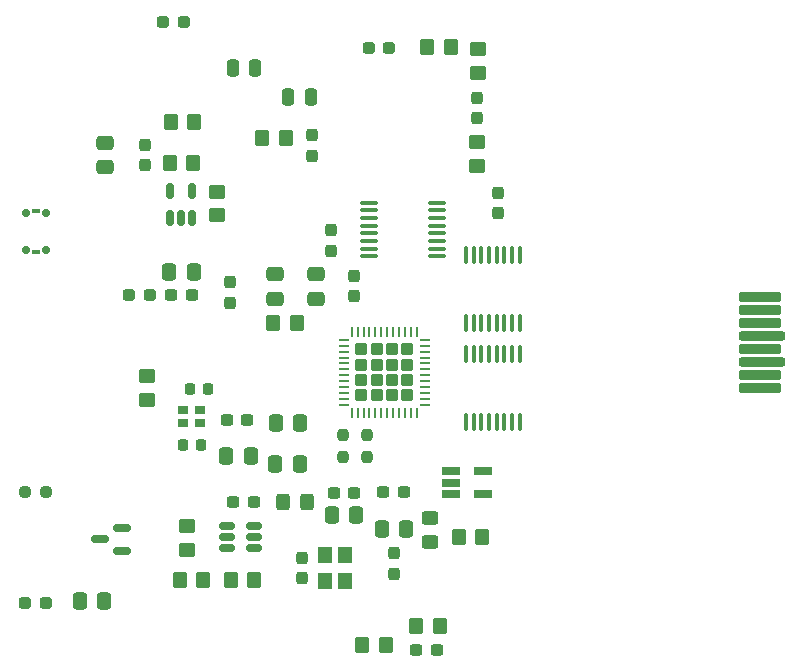
<source format=gbr>
%TF.GenerationSoftware,KiCad,Pcbnew,7.0.5*%
%TF.CreationDate,2023-07-09T17:38:26+09:00*%
%TF.ProjectId,sdcdmuxemmc,73646364-6d75-4786-956d-6d632e6b6963,rev?*%
%TF.SameCoordinates,Original*%
%TF.FileFunction,Paste,Top*%
%TF.FilePolarity,Positive*%
%FSLAX46Y46*%
G04 Gerber Fmt 4.6, Leading zero omitted, Abs format (unit mm)*
G04 Created by KiCad (PCBNEW 7.0.5) date 2023-07-09 17:38:26*
%MOMM*%
%LPD*%
G01*
G04 APERTURE LIST*
G04 Aperture macros list*
%AMRoundRect*
0 Rectangle with rounded corners*
0 $1 Rounding radius*
0 $2 $3 $4 $5 $6 $7 $8 $9 X,Y pos of 4 corners*
0 Add a 4 corners polygon primitive as box body*
4,1,4,$2,$3,$4,$5,$6,$7,$8,$9,$2,$3,0*
0 Add four circle primitives for the rounded corners*
1,1,$1+$1,$2,$3*
1,1,$1+$1,$4,$5*
1,1,$1+$1,$6,$7*
1,1,$1+$1,$8,$9*
0 Add four rect primitives between the rounded corners*
20,1,$1+$1,$2,$3,$4,$5,0*
20,1,$1+$1,$4,$5,$6,$7,0*
20,1,$1+$1,$6,$7,$8,$9,0*
20,1,$1+$1,$8,$9,$2,$3,0*%
G04 Aperture macros list end*
%ADD10RoundRect,0.237500X0.237500X-0.300000X0.237500X0.300000X-0.237500X0.300000X-0.237500X-0.300000X0*%
%ADD11RoundRect,0.250000X-0.350000X-0.450000X0.350000X-0.450000X0.350000X0.450000X-0.350000X0.450000X0*%
%ADD12RoundRect,0.237500X-0.300000X-0.237500X0.300000X-0.237500X0.300000X0.237500X-0.300000X0.237500X0*%
%ADD13RoundRect,0.200000X-1.600000X0.200000X-1.600000X-0.200000X1.600000X-0.200000X1.600000X0.200000X0*%
%ADD14RoundRect,0.200000X-1.750000X0.200000X-1.750000X-0.200000X1.750000X-0.200000X1.750000X0.200000X0*%
%ADD15RoundRect,0.250000X0.350000X0.450000X-0.350000X0.450000X-0.350000X-0.450000X0.350000X-0.450000X0*%
%ADD16RoundRect,0.250000X-0.337500X-0.475000X0.337500X-0.475000X0.337500X0.475000X-0.337500X0.475000X0*%
%ADD17RoundRect,0.250000X0.337500X0.475000X-0.337500X0.475000X-0.337500X-0.475000X0.337500X-0.475000X0*%
%ADD18RoundRect,0.100000X-0.100000X0.637500X-0.100000X-0.637500X0.100000X-0.637500X0.100000X0.637500X0*%
%ADD19RoundRect,0.250000X0.270000X-0.270000X0.270000X0.270000X-0.270000X0.270000X-0.270000X-0.270000X0*%
%ADD20RoundRect,0.062500X0.062500X-0.375000X0.062500X0.375000X-0.062500X0.375000X-0.062500X-0.375000X0*%
%ADD21RoundRect,0.062500X0.375000X-0.062500X0.375000X0.062500X-0.375000X0.062500X-0.375000X-0.062500X0*%
%ADD22R,0.900000X0.800000*%
%ADD23RoundRect,0.150000X-0.512500X-0.150000X0.512500X-0.150000X0.512500X0.150000X-0.512500X0.150000X0*%
%ADD24RoundRect,0.250000X-0.450000X0.350000X-0.450000X-0.350000X0.450000X-0.350000X0.450000X0.350000X0*%
%ADD25RoundRect,0.237500X-0.287500X-0.237500X0.287500X-0.237500X0.287500X0.237500X-0.287500X0.237500X0*%
%ADD26R,1.200000X1.400000*%
%ADD27RoundRect,0.150000X-0.150000X0.175000X-0.150000X-0.175000X0.150000X-0.175000X0.150000X0.175000X0*%
%ADD28RoundRect,0.087500X-0.262500X0.087500X-0.262500X-0.087500X0.262500X-0.087500X0.262500X0.087500X0*%
%ADD29RoundRect,0.237500X0.237500X-0.287500X0.237500X0.287500X-0.237500X0.287500X-0.237500X-0.287500X0*%
%ADD30RoundRect,0.250000X0.475000X-0.337500X0.475000X0.337500X-0.475000X0.337500X-0.475000X-0.337500X0*%
%ADD31RoundRect,0.225000X0.225000X0.250000X-0.225000X0.250000X-0.225000X-0.250000X0.225000X-0.250000X0*%
%ADD32RoundRect,0.150000X0.150000X-0.512500X0.150000X0.512500X-0.150000X0.512500X-0.150000X-0.512500X0*%
%ADD33RoundRect,0.250000X-0.325000X-0.450000X0.325000X-0.450000X0.325000X0.450000X-0.325000X0.450000X0*%
%ADD34RoundRect,0.250000X0.450000X-0.325000X0.450000X0.325000X-0.450000X0.325000X-0.450000X-0.325000X0*%
%ADD35RoundRect,0.237500X0.287500X0.237500X-0.287500X0.237500X-0.287500X-0.237500X0.287500X-0.237500X0*%
%ADD36RoundRect,0.237500X-0.237500X0.300000X-0.237500X-0.300000X0.237500X-0.300000X0.237500X0.300000X0*%
%ADD37RoundRect,0.100000X0.637500X0.100000X-0.637500X0.100000X-0.637500X-0.100000X0.637500X-0.100000X0*%
%ADD38RoundRect,0.250000X0.250000X0.475000X-0.250000X0.475000X-0.250000X-0.475000X0.250000X-0.475000X0*%
%ADD39RoundRect,0.237500X0.300000X0.237500X-0.300000X0.237500X-0.300000X-0.237500X0.300000X-0.237500X0*%
%ADD40RoundRect,0.237500X-0.237500X0.250000X-0.237500X-0.250000X0.237500X-0.250000X0.237500X0.250000X0*%
%ADD41RoundRect,0.250000X0.450000X-0.350000X0.450000X0.350000X-0.450000X0.350000X-0.450000X-0.350000X0*%
%ADD42RoundRect,0.237500X-0.237500X0.287500X-0.237500X-0.287500X0.237500X-0.287500X0.237500X0.287500X0*%
%ADD43RoundRect,0.237500X0.250000X0.237500X-0.250000X0.237500X-0.250000X-0.237500X0.250000X-0.237500X0*%
%ADD44RoundRect,0.150000X0.587500X0.150000X-0.587500X0.150000X-0.587500X-0.150000X0.587500X-0.150000X0*%
%ADD45RoundRect,0.225000X-0.225000X-0.250000X0.225000X-0.250000X0.225000X0.250000X-0.225000X0.250000X0*%
%ADD46R,1.560000X0.650000*%
G04 APERTURE END LIST*
D10*
%TO.C,C408*%
X190937500Y-93555000D03*
X190937500Y-91830000D03*
%TD*%
D11*
%TO.C,R309*%
X175410000Y-78770000D03*
X177410000Y-78770000D03*
%TD*%
D12*
%TO.C,C509*%
X196217500Y-123540000D03*
X197942500Y-123540000D03*
%TD*%
D13*
%TO.C,J102*%
X225320000Y-93625000D03*
X225320000Y-94725000D03*
X225320000Y-95825000D03*
D14*
X225470000Y-96925000D03*
D13*
X225320000Y-98025000D03*
D14*
X225470000Y-99125000D03*
D13*
X225320000Y-100225000D03*
X225320000Y-101325000D03*
%TD*%
D15*
%TO.C,R308*%
X186090000Y-95850000D03*
X184090000Y-95850000D03*
%TD*%
D12*
%TO.C,C511*%
X189237500Y-110180000D03*
X190962500Y-110180000D03*
%TD*%
D10*
%TO.C,C307*%
X173280000Y-82462500D03*
X173280000Y-80737500D03*
%TD*%
D16*
%TO.C,C304*%
X175292500Y-91520000D03*
X177367500Y-91520000D03*
%TD*%
D17*
%TO.C,C411*%
X186377500Y-104320000D03*
X184302500Y-104320000D03*
%TD*%
D11*
%TO.C,R509*%
X196180000Y-121500000D03*
X198180000Y-121500000D03*
%TD*%
D18*
%TO.C,U602*%
X204967000Y-98483500D03*
X204317000Y-98483500D03*
X203667000Y-98483500D03*
X203017000Y-98483500D03*
X202367000Y-98483500D03*
X201717000Y-98483500D03*
X201067000Y-98483500D03*
X200417000Y-98483500D03*
X200417000Y-104208500D03*
X201067000Y-104208500D03*
X201717000Y-104208500D03*
X202367000Y-104208500D03*
X203017000Y-104208500D03*
X203667000Y-104208500D03*
X204317000Y-104208500D03*
X204967000Y-104208500D03*
%TD*%
D12*
%TO.C,C302*%
X175467500Y-93450000D03*
X177192500Y-93450000D03*
%TD*%
D10*
%TO.C,C606*%
X201350000Y-78492500D03*
X201350000Y-76767500D03*
%TD*%
D19*
%TO.C,U402*%
X191565000Y-101935000D03*
X192855000Y-101935000D03*
X194145000Y-101935000D03*
X195435000Y-101935000D03*
X191565000Y-100645000D03*
X192855000Y-100645000D03*
X194145000Y-100645000D03*
X195435000Y-100645000D03*
X191565000Y-99355000D03*
X192855000Y-99355000D03*
X194145000Y-99355000D03*
X195435000Y-99355000D03*
X191565000Y-98065000D03*
X192855000Y-98065000D03*
X194145000Y-98065000D03*
X195435000Y-98065000D03*
D20*
X190750000Y-103437500D03*
X191250000Y-103437500D03*
X191750000Y-103437500D03*
X192250000Y-103437500D03*
X192750000Y-103437500D03*
X193250000Y-103437500D03*
X193750000Y-103437500D03*
X194250000Y-103437500D03*
X194750000Y-103437500D03*
X195250000Y-103437500D03*
X195750000Y-103437500D03*
X196250000Y-103437500D03*
D21*
X196937500Y-102750000D03*
X196937500Y-102250000D03*
X196937500Y-101750000D03*
X196937500Y-101250000D03*
X196937500Y-100750000D03*
X196937500Y-100250000D03*
X196937500Y-99750000D03*
X196937500Y-99250000D03*
X196937500Y-98750000D03*
X196937500Y-98250000D03*
X196937500Y-97750000D03*
X196937500Y-97250000D03*
D20*
X196250000Y-96562500D03*
X195750000Y-96562500D03*
X195250000Y-96562500D03*
X194750000Y-96562500D03*
X194250000Y-96562500D03*
X193750000Y-96562500D03*
X193250000Y-96562500D03*
X192750000Y-96562500D03*
X192250000Y-96562500D03*
X191750000Y-96562500D03*
X191250000Y-96562500D03*
X190750000Y-96562500D03*
D21*
X190062500Y-97250000D03*
X190062500Y-97750000D03*
X190062500Y-98250000D03*
X190062500Y-98750000D03*
X190062500Y-99250000D03*
X190062500Y-99750000D03*
X190062500Y-100250000D03*
X190062500Y-100750000D03*
X190062500Y-101250000D03*
X190062500Y-101750000D03*
X190062500Y-102250000D03*
X190062500Y-102750000D03*
%TD*%
D15*
%TO.C,R405*%
X185150000Y-80160000D03*
X183150000Y-80160000D03*
%TD*%
D22*
%TO.C,Y401*%
X177860000Y-103190000D03*
X176460000Y-103190000D03*
X176460000Y-104290000D03*
X177860000Y-104290000D03*
%TD*%
D23*
%TO.C,U501*%
X180212500Y-113000000D03*
X180212500Y-113950000D03*
X180212500Y-114900000D03*
X182487500Y-114900000D03*
X182487500Y-113950000D03*
X182487500Y-113000000D03*
%TD*%
D24*
%TO.C,R602*%
X201350000Y-80490000D03*
X201350000Y-82490000D03*
%TD*%
%TO.C,R306*%
X179320000Y-84700000D03*
X179320000Y-86700000D03*
%TD*%
D25*
%TO.C,D201*%
X163125000Y-119500000D03*
X164875000Y-119500000D03*
%TD*%
D26*
%TO.C,Y501*%
X188460000Y-115490000D03*
X188460000Y-117690000D03*
X190160000Y-117690000D03*
X190160000Y-115490000D03*
%TD*%
D11*
%TO.C,R305*%
X175340000Y-82310000D03*
X177340000Y-82310000D03*
%TD*%
D27*
%TO.C,SW301*%
X164830000Y-86525000D03*
X164830000Y-89675000D03*
X163130000Y-86525000D03*
X163130000Y-89675000D03*
D28*
X163980000Y-86375000D03*
X163980000Y-89825000D03*
%TD*%
D29*
%TO.C,D501*%
X203130000Y-86535000D03*
X203130000Y-84785000D03*
%TD*%
D30*
%TO.C,C308*%
X169900000Y-82617500D03*
X169900000Y-80542500D03*
%TD*%
D31*
%TO.C,C403*%
X177985000Y-106160000D03*
X176435000Y-106160000D03*
%TD*%
D32*
%TO.C,U301*%
X175360000Y-86907500D03*
X176310000Y-86907500D03*
X177260000Y-86907500D03*
X177260000Y-84632500D03*
X175360000Y-84632500D03*
%TD*%
D33*
%TO.C,FB501*%
X184915000Y-110990000D03*
X186965000Y-110990000D03*
%TD*%
D15*
%TO.C,R601*%
X193620000Y-123100000D03*
X191620000Y-123100000D03*
%TD*%
D16*
%TO.C,C201*%
X167702500Y-119390000D03*
X169777500Y-119390000D03*
%TD*%
D34*
%TO.C,FB502*%
X197410000Y-114345000D03*
X197410000Y-112295000D03*
%TD*%
D35*
%TO.C,D302*%
X176505000Y-70310000D03*
X174755000Y-70310000D03*
%TD*%
D15*
%TO.C,R404*%
X201800000Y-113910000D03*
X199800000Y-113910000D03*
%TD*%
D36*
%TO.C,C504*%
X186510000Y-115717500D03*
X186510000Y-117442500D03*
%TD*%
D11*
%TO.C,R507*%
X180500000Y-117590000D03*
X182500000Y-117590000D03*
%TD*%
D37*
%TO.C,U603*%
X197962500Y-90175000D03*
X197962500Y-89525000D03*
X197962500Y-88875000D03*
X197962500Y-88225000D03*
X197962500Y-87575000D03*
X197962500Y-86925000D03*
X197962500Y-86275000D03*
X197962500Y-85625000D03*
X192237500Y-85625000D03*
X192237500Y-86275000D03*
X192237500Y-86925000D03*
X192237500Y-87575000D03*
X192237500Y-88225000D03*
X192237500Y-88875000D03*
X192237500Y-89525000D03*
X192237500Y-90175000D03*
%TD*%
D38*
%TO.C,C605*%
X182590000Y-74230000D03*
X180690000Y-74230000D03*
%TD*%
D24*
%TO.C,R508*%
X201460000Y-72620000D03*
X201460000Y-74620000D03*
%TD*%
D18*
%TO.C,U601*%
X204967000Y-90101500D03*
X204317000Y-90101500D03*
X203667000Y-90101500D03*
X203017000Y-90101500D03*
X202367000Y-90101500D03*
X201717000Y-90101500D03*
X201067000Y-90101500D03*
X200417000Y-90101500D03*
X200417000Y-95826500D03*
X201067000Y-95826500D03*
X201717000Y-95826500D03*
X202367000Y-95826500D03*
X203017000Y-95826500D03*
X203667000Y-95826500D03*
X204317000Y-95826500D03*
X204967000Y-95826500D03*
%TD*%
D39*
%TO.C,C406*%
X181912500Y-104040000D03*
X180187500Y-104040000D03*
%TD*%
D15*
%TO.C,R506*%
X178170000Y-117560000D03*
X176170000Y-117560000D03*
%TD*%
D16*
%TO.C,C515*%
X193302500Y-113290000D03*
X195377500Y-113290000D03*
%TD*%
D10*
%TO.C,C309*%
X180410000Y-94112500D03*
X180410000Y-92387500D03*
%TD*%
D40*
%TO.C,R504*%
X190000000Y-105337500D03*
X190000000Y-107162500D03*
%TD*%
D41*
%TO.C,R502*%
X176790000Y-115010000D03*
X176790000Y-113010000D03*
%TD*%
D42*
%TO.C,D401*%
X187400000Y-79935000D03*
X187400000Y-81685000D03*
%TD*%
D30*
%TO.C,C410*%
X187707500Y-93770000D03*
X187707500Y-91695000D03*
%TD*%
D10*
%TO.C,C505*%
X194290000Y-117042500D03*
X194290000Y-115317500D03*
%TD*%
D30*
%TO.C,C412*%
X184237500Y-93790000D03*
X184237500Y-91715000D03*
%TD*%
D15*
%TO.C,R307*%
X199130000Y-72490000D03*
X197130000Y-72490000D03*
%TD*%
D43*
%TO.C,R203*%
X164902500Y-110120000D03*
X163077500Y-110120000D03*
%TD*%
D25*
%TO.C,D301*%
X192185000Y-72530000D03*
X193935000Y-72530000D03*
%TD*%
D44*
%TO.C,Q201*%
X171327500Y-115090000D03*
X171327500Y-113190000D03*
X169452500Y-114140000D03*
%TD*%
D41*
%TO.C,R401*%
X173440000Y-102310000D03*
X173440000Y-100310000D03*
%TD*%
D10*
%TO.C,C601*%
X189000000Y-89712500D03*
X189000000Y-87987500D03*
%TD*%
D45*
%TO.C,C404*%
X177065000Y-101450000D03*
X178615000Y-101450000D03*
%TD*%
D40*
%TO.C,R505*%
X192000000Y-105337500D03*
X192000000Y-107162500D03*
%TD*%
D16*
%TO.C,C514*%
X189052500Y-112100000D03*
X191127500Y-112100000D03*
%TD*%
D25*
%TO.C,FB301*%
X171895000Y-93420000D03*
X173645000Y-93420000D03*
%TD*%
D12*
%TO.C,C512*%
X193407500Y-110170000D03*
X195132500Y-110170000D03*
%TD*%
D17*
%TO.C,C402*%
X182217500Y-107110000D03*
X180142500Y-107110000D03*
%TD*%
%TO.C,C409*%
X186347500Y-107760000D03*
X184272500Y-107760000D03*
%TD*%
D39*
%TO.C,C502*%
X182442500Y-110970000D03*
X180717500Y-110970000D03*
%TD*%
D38*
%TO.C,C604*%
X187270000Y-76690000D03*
X185370000Y-76690000D03*
%TD*%
D46*
%TO.C,U401*%
X199130000Y-108380000D03*
X199130000Y-109330000D03*
X199130000Y-110280000D03*
X201830000Y-110280000D03*
X201830000Y-108380000D03*
%TD*%
M02*

</source>
